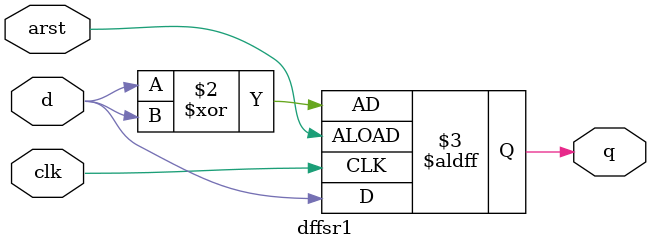
<source format=v>
module dffsr1(clk, arst, d, q);
input clk, arst, d;
output reg q;
always @(posedge clk, posedge arst) begin
	if (arst)
		q <= d^d; 
	else
		q <= d;
end
endmodule
</source>
